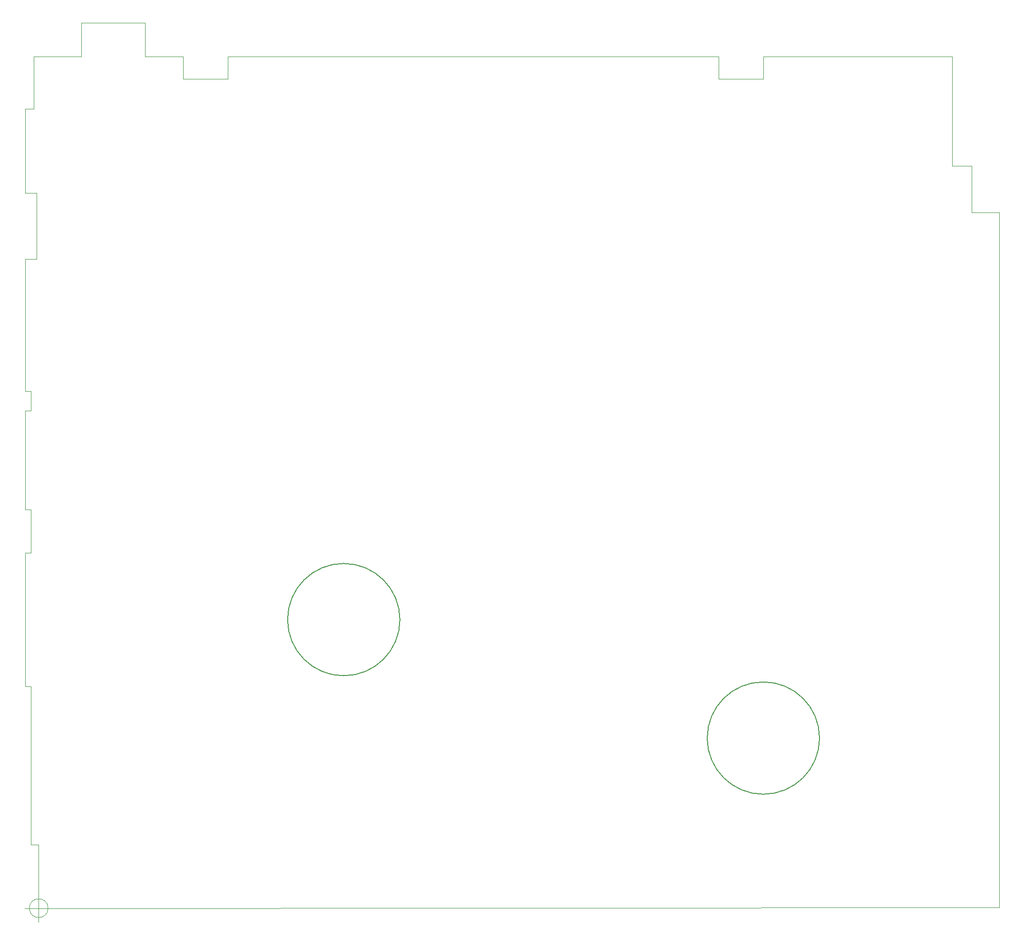
<source format=gm1>
%TF.GenerationSoftware,KiCad,Pcbnew,(6.0.1)*%
%TF.CreationDate,2022-04-19T11:58:33-07:00*%
%TF.ProjectId,Motherboard,4d6f7468-6572-4626-9f61-72642e6b6963,rev?*%
%TF.SameCoordinates,Original*%
%TF.FileFunction,Profile,NP*%
%FSLAX46Y46*%
G04 Gerber Fmt 4.6, Leading zero omitted, Abs format (unit mm)*
G04 Created by KiCad (PCBNEW (6.0.1)) date 2022-04-19 11:58:33*
%MOMM*%
%LPD*%
G01*
G04 APERTURE LIST*
%TA.AperFunction,Profile*%
%ADD10C,0.150000*%
%TD*%
%TA.AperFunction,Profile*%
%ADD11C,0.100000*%
%TD*%
G04 APERTURE END LIST*
D10*
X191200000Y-157300000D02*
G75*
G03*
X191200000Y-157300000I-10000000J0D01*
G01*
X265900000Y-178400000D02*
G75*
G03*
X265900000Y-178400000I-10000000J0D01*
G01*
D11*
X297890000Y-84800000D02*
X297890000Y-208600000D01*
X125500000Y-169200000D02*
X125500000Y-197400000D01*
X126500000Y-81300000D02*
X126500000Y-93100000D01*
X134500000Y-51000000D02*
X145800000Y-51000000D01*
X145800000Y-57000000D02*
X152600000Y-57000000D01*
X126500000Y-93100000D02*
X124500000Y-93100000D01*
X124500000Y-116600000D02*
X125500000Y-116600000D01*
X247900000Y-57000000D02*
X247900000Y-61000000D01*
X255900000Y-61000000D02*
X255900000Y-57000000D01*
X160600000Y-57000000D02*
X247900000Y-57000000D01*
X124500000Y-145400000D02*
X124500000Y-169200000D01*
X152600000Y-57000000D02*
X152600000Y-61000000D01*
X125500000Y-137700000D02*
X125500000Y-145400000D01*
X125500000Y-145400000D02*
X124500000Y-145400000D01*
X292950000Y-76500000D02*
X292950000Y-84800000D01*
X292950000Y-84800000D02*
X297890000Y-84800000D01*
X124500000Y-66300000D02*
X126000000Y-66300000D01*
X125500000Y-197400000D02*
X126900000Y-197400000D01*
X126900000Y-208700000D02*
X297890000Y-208600000D01*
X152600000Y-61000000D02*
X160600000Y-61000000D01*
X124500000Y-137700000D02*
X125500000Y-137700000D01*
X126900000Y-197400000D02*
X126900000Y-208700000D01*
X134500000Y-57000000D02*
X134500000Y-51000000D01*
X125500000Y-120100000D02*
X124500000Y-120100000D01*
X126000000Y-57000000D02*
X134500000Y-57000000D01*
X289500000Y-76500000D02*
X292950000Y-76500000D01*
X124500000Y-120100000D02*
X124500000Y-137700000D01*
X124600000Y-81300000D02*
X126500000Y-81300000D01*
X124500000Y-93100000D02*
X124500000Y-116600000D01*
X124500000Y-66300000D02*
X124500000Y-81300000D01*
X125500000Y-116600000D02*
X125500000Y-120100000D01*
X160600000Y-61000000D02*
X160600000Y-57000000D01*
X124500000Y-169200000D02*
X125500000Y-169200000D01*
X289500000Y-57000000D02*
X289500000Y-76500000D01*
X247900000Y-61000000D02*
X255900000Y-61000000D01*
X124500000Y-81300000D02*
X124600000Y-81300000D01*
X145800000Y-51000000D02*
X145800000Y-57000000D01*
X255900000Y-57000000D02*
X289500000Y-57000000D01*
X126000000Y-66300000D02*
X126000000Y-57000000D01*
X128566666Y-208700000D02*
G75*
G03*
X128566666Y-208700000I-1666666J0D01*
G01*
X124400000Y-208700000D02*
X129400000Y-208700000D01*
X126900000Y-206200000D02*
X126900000Y-211200000D01*
M02*

</source>
